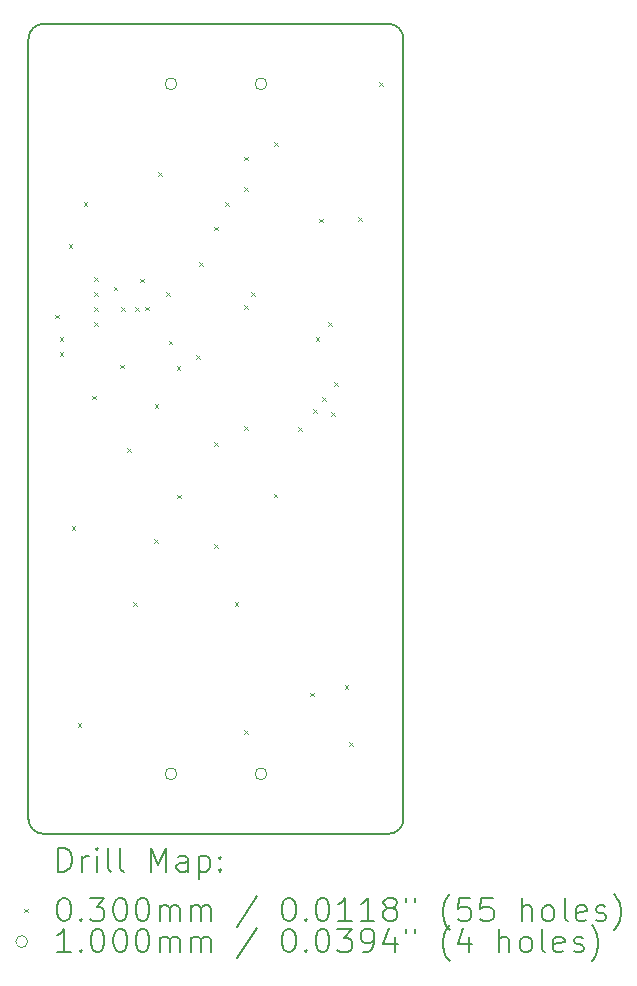
<source format=gbr>
%TF.GenerationSoftware,KiCad,Pcbnew,9.0.7-9.0.7~ubuntu25.10.1*%
%TF.CreationDate,2026-02-01T15:22:37+09:00*%
%TF.ProjectId,bionic-tms370c250,62696f6e-6963-42d7-946d-733337306332,3*%
%TF.SameCoordinates,Original*%
%TF.FileFunction,Drillmap*%
%TF.FilePolarity,Positive*%
%FSLAX45Y45*%
G04 Gerber Fmt 4.5, Leading zero omitted, Abs format (unit mm)*
G04 Created by KiCad (PCBNEW 9.0.7-9.0.7~ubuntu25.10.1) date 2026-02-01 15:22:37*
%MOMM*%
%LPD*%
G01*
G04 APERTURE LIST*
%ADD10C,0.150000*%
%ADD11C,0.200000*%
%ADD12C,0.100000*%
G04 APERTURE END LIST*
D10*
X9909500Y-13858000D02*
G75*
G02*
X9782500Y-13731000I0J127000D01*
G01*
X12830500Y-7000000D02*
X9909500Y-7000000D01*
X9782500Y-7127000D02*
G75*
G02*
X9909500Y-7000000I127000J0D01*
G01*
X9909500Y-13858000D02*
X12830500Y-13858000D01*
X12830500Y-7000000D02*
G75*
G02*
X12957500Y-7127000I0J-127000D01*
G01*
X12957500Y-13731000D02*
G75*
G02*
X12830500Y-13858000I-127000J0D01*
G01*
X9782500Y-7127000D02*
X9782500Y-13731000D01*
X12957500Y-13731000D02*
X12957500Y-7127000D01*
D11*
D12*
X10008800Y-9461500D02*
X10038800Y-9491500D01*
X10038800Y-9461500D02*
X10008800Y-9491500D01*
X10046900Y-9652000D02*
X10076900Y-9682000D01*
X10076900Y-9652000D02*
X10046900Y-9682000D01*
X10046900Y-9779000D02*
X10076900Y-9809000D01*
X10076900Y-9779000D02*
X10046900Y-9809000D01*
X10123100Y-8867140D02*
X10153100Y-8897140D01*
X10153100Y-8867140D02*
X10123100Y-8897140D01*
X10148500Y-11252200D02*
X10178500Y-11282200D01*
X10178500Y-11252200D02*
X10148500Y-11282200D01*
X10199300Y-12923520D02*
X10229300Y-12953520D01*
X10229300Y-12923520D02*
X10199300Y-12953520D01*
X10250100Y-8509000D02*
X10280100Y-8539000D01*
X10280100Y-8509000D02*
X10250100Y-8539000D01*
X10321560Y-10147300D02*
X10351560Y-10177300D01*
X10351560Y-10147300D02*
X10321560Y-10177300D01*
X10339000Y-9144000D02*
X10369000Y-9174000D01*
X10369000Y-9144000D02*
X10339000Y-9174000D01*
X10339000Y-9271000D02*
X10369000Y-9301000D01*
X10369000Y-9271000D02*
X10339000Y-9301000D01*
X10339000Y-9398000D02*
X10369000Y-9428000D01*
X10369000Y-9398000D02*
X10339000Y-9428000D01*
X10339000Y-9525000D02*
X10369000Y-9555000D01*
X10369000Y-9525000D02*
X10339000Y-9555000D01*
X10505334Y-9225007D02*
X10535334Y-9255007D01*
X10535334Y-9225007D02*
X10505334Y-9255007D01*
X10561560Y-9885680D02*
X10591560Y-9915680D01*
X10591560Y-9885680D02*
X10561560Y-9915680D01*
X10566020Y-9398000D02*
X10596020Y-9428000D01*
X10596020Y-9398000D02*
X10566020Y-9428000D01*
X10618400Y-10591800D02*
X10648400Y-10621800D01*
X10648400Y-10591800D02*
X10618400Y-10621800D01*
X10669200Y-11897360D02*
X10699200Y-11927360D01*
X10699200Y-11897360D02*
X10669200Y-11927360D01*
X10688373Y-9397886D02*
X10718373Y-9427886D01*
X10718373Y-9397886D02*
X10688373Y-9427886D01*
X10730160Y-9159240D02*
X10760160Y-9189240D01*
X10760160Y-9159240D02*
X10730160Y-9189240D01*
X10770800Y-9395460D02*
X10800800Y-9425460D01*
X10800800Y-9395460D02*
X10770800Y-9425460D01*
X10847000Y-11363000D02*
X10877000Y-11393000D01*
X10877000Y-11363000D02*
X10847000Y-11393000D01*
X10850500Y-10218420D02*
X10880500Y-10248420D01*
X10880500Y-10218420D02*
X10850500Y-10248420D01*
X10880020Y-8255000D02*
X10910020Y-8285000D01*
X10910020Y-8255000D02*
X10880020Y-8285000D01*
X10948600Y-9271000D02*
X10978600Y-9301000D01*
X10978600Y-9271000D02*
X10948600Y-9301000D01*
X10971460Y-9682480D02*
X11001460Y-9712480D01*
X11001460Y-9682480D02*
X10971460Y-9712480D01*
X11038460Y-9898380D02*
X11068460Y-9928380D01*
X11068460Y-9898380D02*
X11038460Y-9928380D01*
X11040040Y-10988040D02*
X11070040Y-11018040D01*
X11070040Y-10988040D02*
X11040040Y-11018040D01*
X11202600Y-9804400D02*
X11232600Y-9834400D01*
X11232600Y-9804400D02*
X11202600Y-9834400D01*
X11228000Y-9017000D02*
X11258000Y-9047000D01*
X11258000Y-9017000D02*
X11228000Y-9047000D01*
X11355000Y-8717280D02*
X11385000Y-8747280D01*
X11385000Y-8717280D02*
X11355000Y-8747280D01*
X11355000Y-10541000D02*
X11385000Y-10571000D01*
X11385000Y-10541000D02*
X11355000Y-10571000D01*
X11355000Y-11404600D02*
X11385000Y-11434600D01*
X11385000Y-11404600D02*
X11355000Y-11434600D01*
X11448980Y-8509000D02*
X11478980Y-8539000D01*
X11478980Y-8509000D02*
X11448980Y-8539000D01*
X11527720Y-11897360D02*
X11557720Y-11927360D01*
X11557720Y-11897360D02*
X11527720Y-11927360D01*
X11609000Y-8382000D02*
X11639000Y-8412000D01*
X11639000Y-8382000D02*
X11609000Y-8412000D01*
X11611540Y-8125460D02*
X11641540Y-8155460D01*
X11641540Y-8125460D02*
X11611540Y-8155460D01*
X11611540Y-9380220D02*
X11641540Y-9410220D01*
X11641540Y-9380220D02*
X11611540Y-9410220D01*
X11611540Y-10408920D02*
X11641540Y-10438920D01*
X11641540Y-10408920D02*
X11611540Y-10438920D01*
X11611540Y-12979400D02*
X11641540Y-13009400D01*
X11641540Y-12979400D02*
X11611540Y-13009400D01*
X11667420Y-9271000D02*
X11697420Y-9301000D01*
X11697420Y-9271000D02*
X11667420Y-9301000D01*
X11860460Y-10977880D02*
X11890460Y-11007880D01*
X11890460Y-10977880D02*
X11860460Y-11007880D01*
X11863000Y-8001000D02*
X11893000Y-8031000D01*
X11893000Y-8001000D02*
X11863000Y-8031000D01*
X12066200Y-10414000D02*
X12096200Y-10444000D01*
X12096200Y-10414000D02*
X12066200Y-10444000D01*
X12167800Y-12661900D02*
X12197800Y-12691900D01*
X12197800Y-12661900D02*
X12167800Y-12691900D01*
X12193200Y-10261600D02*
X12223200Y-10291600D01*
X12223200Y-10261600D02*
X12193200Y-10291600D01*
X12213520Y-9652000D02*
X12243520Y-9682000D01*
X12243520Y-9652000D02*
X12213520Y-9682000D01*
X12244000Y-8648700D02*
X12274000Y-8678700D01*
X12274000Y-8648700D02*
X12244000Y-8678700D01*
X12269400Y-10160000D02*
X12299400Y-10190000D01*
X12299400Y-10160000D02*
X12269400Y-10190000D01*
X12322740Y-9525000D02*
X12352740Y-9555000D01*
X12352740Y-9525000D02*
X12322740Y-9555000D01*
X12345600Y-10287000D02*
X12375600Y-10317000D01*
X12375600Y-10287000D02*
X12345600Y-10317000D01*
X12373540Y-10033000D02*
X12403540Y-10063000D01*
X12403540Y-10033000D02*
X12373540Y-10063000D01*
X12459900Y-12598400D02*
X12489900Y-12628400D01*
X12489900Y-12598400D02*
X12459900Y-12628400D01*
X12498000Y-13081000D02*
X12528000Y-13111000D01*
X12528000Y-13081000D02*
X12498000Y-13111000D01*
X12574200Y-8636000D02*
X12604200Y-8666000D01*
X12604200Y-8636000D02*
X12574200Y-8666000D01*
X12752000Y-7493000D02*
X12782000Y-7523000D01*
X12782000Y-7493000D02*
X12752000Y-7523000D01*
X11039000Y-7508000D02*
G75*
G02*
X10939000Y-7508000I-50000J0D01*
G01*
X10939000Y-7508000D02*
G75*
G02*
X11039000Y-7508000I50000J0D01*
G01*
X11039000Y-13350000D02*
G75*
G02*
X10939000Y-13350000I-50000J0D01*
G01*
X10939000Y-13350000D02*
G75*
G02*
X11039000Y-13350000I50000J0D01*
G01*
X11801000Y-7508000D02*
G75*
G02*
X11701000Y-7508000I-50000J0D01*
G01*
X11701000Y-7508000D02*
G75*
G02*
X11801000Y-7508000I50000J0D01*
G01*
X11801000Y-13350000D02*
G75*
G02*
X11701000Y-13350000I-50000J0D01*
G01*
X11701000Y-13350000D02*
G75*
G02*
X11801000Y-13350000I50000J0D01*
G01*
D11*
X10035777Y-14176984D02*
X10035777Y-13976984D01*
X10035777Y-13976984D02*
X10083396Y-13976984D01*
X10083396Y-13976984D02*
X10111967Y-13986508D01*
X10111967Y-13986508D02*
X10131015Y-14005555D01*
X10131015Y-14005555D02*
X10140539Y-14024603D01*
X10140539Y-14024603D02*
X10150063Y-14062698D01*
X10150063Y-14062698D02*
X10150063Y-14091269D01*
X10150063Y-14091269D02*
X10140539Y-14129365D01*
X10140539Y-14129365D02*
X10131015Y-14148412D01*
X10131015Y-14148412D02*
X10111967Y-14167460D01*
X10111967Y-14167460D02*
X10083396Y-14176984D01*
X10083396Y-14176984D02*
X10035777Y-14176984D01*
X10235777Y-14176984D02*
X10235777Y-14043650D01*
X10235777Y-14081746D02*
X10245301Y-14062698D01*
X10245301Y-14062698D02*
X10254824Y-14053174D01*
X10254824Y-14053174D02*
X10273872Y-14043650D01*
X10273872Y-14043650D02*
X10292920Y-14043650D01*
X10359586Y-14176984D02*
X10359586Y-14043650D01*
X10359586Y-13976984D02*
X10350063Y-13986508D01*
X10350063Y-13986508D02*
X10359586Y-13996031D01*
X10359586Y-13996031D02*
X10369110Y-13986508D01*
X10369110Y-13986508D02*
X10359586Y-13976984D01*
X10359586Y-13976984D02*
X10359586Y-13996031D01*
X10483396Y-14176984D02*
X10464348Y-14167460D01*
X10464348Y-14167460D02*
X10454824Y-14148412D01*
X10454824Y-14148412D02*
X10454824Y-13976984D01*
X10588158Y-14176984D02*
X10569110Y-14167460D01*
X10569110Y-14167460D02*
X10559586Y-14148412D01*
X10559586Y-14148412D02*
X10559586Y-13976984D01*
X10816729Y-14176984D02*
X10816729Y-13976984D01*
X10816729Y-13976984D02*
X10883396Y-14119841D01*
X10883396Y-14119841D02*
X10950063Y-13976984D01*
X10950063Y-13976984D02*
X10950063Y-14176984D01*
X11131015Y-14176984D02*
X11131015Y-14072222D01*
X11131015Y-14072222D02*
X11121491Y-14053174D01*
X11121491Y-14053174D02*
X11102444Y-14043650D01*
X11102444Y-14043650D02*
X11064348Y-14043650D01*
X11064348Y-14043650D02*
X11045301Y-14053174D01*
X11131015Y-14167460D02*
X11111967Y-14176984D01*
X11111967Y-14176984D02*
X11064348Y-14176984D01*
X11064348Y-14176984D02*
X11045301Y-14167460D01*
X11045301Y-14167460D02*
X11035777Y-14148412D01*
X11035777Y-14148412D02*
X11035777Y-14129365D01*
X11035777Y-14129365D02*
X11045301Y-14110317D01*
X11045301Y-14110317D02*
X11064348Y-14100793D01*
X11064348Y-14100793D02*
X11111967Y-14100793D01*
X11111967Y-14100793D02*
X11131015Y-14091269D01*
X11226253Y-14043650D02*
X11226253Y-14243650D01*
X11226253Y-14053174D02*
X11245301Y-14043650D01*
X11245301Y-14043650D02*
X11283396Y-14043650D01*
X11283396Y-14043650D02*
X11302443Y-14053174D01*
X11302443Y-14053174D02*
X11311967Y-14062698D01*
X11311967Y-14062698D02*
X11321491Y-14081746D01*
X11321491Y-14081746D02*
X11321491Y-14138888D01*
X11321491Y-14138888D02*
X11311967Y-14157936D01*
X11311967Y-14157936D02*
X11302443Y-14167460D01*
X11302443Y-14167460D02*
X11283396Y-14176984D01*
X11283396Y-14176984D02*
X11245301Y-14176984D01*
X11245301Y-14176984D02*
X11226253Y-14167460D01*
X11407205Y-14157936D02*
X11416729Y-14167460D01*
X11416729Y-14167460D02*
X11407205Y-14176984D01*
X11407205Y-14176984D02*
X11397682Y-14167460D01*
X11397682Y-14167460D02*
X11407205Y-14157936D01*
X11407205Y-14157936D02*
X11407205Y-14176984D01*
X11407205Y-14053174D02*
X11416729Y-14062698D01*
X11416729Y-14062698D02*
X11407205Y-14072222D01*
X11407205Y-14072222D02*
X11397682Y-14062698D01*
X11397682Y-14062698D02*
X11407205Y-14053174D01*
X11407205Y-14053174D02*
X11407205Y-14072222D01*
D12*
X9745000Y-14490500D02*
X9775000Y-14520500D01*
X9775000Y-14490500D02*
X9745000Y-14520500D01*
D11*
X10073872Y-14396984D02*
X10092920Y-14396984D01*
X10092920Y-14396984D02*
X10111967Y-14406508D01*
X10111967Y-14406508D02*
X10121491Y-14416031D01*
X10121491Y-14416031D02*
X10131015Y-14435079D01*
X10131015Y-14435079D02*
X10140539Y-14473174D01*
X10140539Y-14473174D02*
X10140539Y-14520793D01*
X10140539Y-14520793D02*
X10131015Y-14558888D01*
X10131015Y-14558888D02*
X10121491Y-14577936D01*
X10121491Y-14577936D02*
X10111967Y-14587460D01*
X10111967Y-14587460D02*
X10092920Y-14596984D01*
X10092920Y-14596984D02*
X10073872Y-14596984D01*
X10073872Y-14596984D02*
X10054824Y-14587460D01*
X10054824Y-14587460D02*
X10045301Y-14577936D01*
X10045301Y-14577936D02*
X10035777Y-14558888D01*
X10035777Y-14558888D02*
X10026253Y-14520793D01*
X10026253Y-14520793D02*
X10026253Y-14473174D01*
X10026253Y-14473174D02*
X10035777Y-14435079D01*
X10035777Y-14435079D02*
X10045301Y-14416031D01*
X10045301Y-14416031D02*
X10054824Y-14406508D01*
X10054824Y-14406508D02*
X10073872Y-14396984D01*
X10226253Y-14577936D02*
X10235777Y-14587460D01*
X10235777Y-14587460D02*
X10226253Y-14596984D01*
X10226253Y-14596984D02*
X10216729Y-14587460D01*
X10216729Y-14587460D02*
X10226253Y-14577936D01*
X10226253Y-14577936D02*
X10226253Y-14596984D01*
X10302444Y-14396984D02*
X10426253Y-14396984D01*
X10426253Y-14396984D02*
X10359586Y-14473174D01*
X10359586Y-14473174D02*
X10388158Y-14473174D01*
X10388158Y-14473174D02*
X10407205Y-14482698D01*
X10407205Y-14482698D02*
X10416729Y-14492222D01*
X10416729Y-14492222D02*
X10426253Y-14511269D01*
X10426253Y-14511269D02*
X10426253Y-14558888D01*
X10426253Y-14558888D02*
X10416729Y-14577936D01*
X10416729Y-14577936D02*
X10407205Y-14587460D01*
X10407205Y-14587460D02*
X10388158Y-14596984D01*
X10388158Y-14596984D02*
X10331015Y-14596984D01*
X10331015Y-14596984D02*
X10311967Y-14587460D01*
X10311967Y-14587460D02*
X10302444Y-14577936D01*
X10550063Y-14396984D02*
X10569110Y-14396984D01*
X10569110Y-14396984D02*
X10588158Y-14406508D01*
X10588158Y-14406508D02*
X10597682Y-14416031D01*
X10597682Y-14416031D02*
X10607205Y-14435079D01*
X10607205Y-14435079D02*
X10616729Y-14473174D01*
X10616729Y-14473174D02*
X10616729Y-14520793D01*
X10616729Y-14520793D02*
X10607205Y-14558888D01*
X10607205Y-14558888D02*
X10597682Y-14577936D01*
X10597682Y-14577936D02*
X10588158Y-14587460D01*
X10588158Y-14587460D02*
X10569110Y-14596984D01*
X10569110Y-14596984D02*
X10550063Y-14596984D01*
X10550063Y-14596984D02*
X10531015Y-14587460D01*
X10531015Y-14587460D02*
X10521491Y-14577936D01*
X10521491Y-14577936D02*
X10511967Y-14558888D01*
X10511967Y-14558888D02*
X10502444Y-14520793D01*
X10502444Y-14520793D02*
X10502444Y-14473174D01*
X10502444Y-14473174D02*
X10511967Y-14435079D01*
X10511967Y-14435079D02*
X10521491Y-14416031D01*
X10521491Y-14416031D02*
X10531015Y-14406508D01*
X10531015Y-14406508D02*
X10550063Y-14396984D01*
X10740539Y-14396984D02*
X10759586Y-14396984D01*
X10759586Y-14396984D02*
X10778634Y-14406508D01*
X10778634Y-14406508D02*
X10788158Y-14416031D01*
X10788158Y-14416031D02*
X10797682Y-14435079D01*
X10797682Y-14435079D02*
X10807205Y-14473174D01*
X10807205Y-14473174D02*
X10807205Y-14520793D01*
X10807205Y-14520793D02*
X10797682Y-14558888D01*
X10797682Y-14558888D02*
X10788158Y-14577936D01*
X10788158Y-14577936D02*
X10778634Y-14587460D01*
X10778634Y-14587460D02*
X10759586Y-14596984D01*
X10759586Y-14596984D02*
X10740539Y-14596984D01*
X10740539Y-14596984D02*
X10721491Y-14587460D01*
X10721491Y-14587460D02*
X10711967Y-14577936D01*
X10711967Y-14577936D02*
X10702444Y-14558888D01*
X10702444Y-14558888D02*
X10692920Y-14520793D01*
X10692920Y-14520793D02*
X10692920Y-14473174D01*
X10692920Y-14473174D02*
X10702444Y-14435079D01*
X10702444Y-14435079D02*
X10711967Y-14416031D01*
X10711967Y-14416031D02*
X10721491Y-14406508D01*
X10721491Y-14406508D02*
X10740539Y-14396984D01*
X10892920Y-14596984D02*
X10892920Y-14463650D01*
X10892920Y-14482698D02*
X10902444Y-14473174D01*
X10902444Y-14473174D02*
X10921491Y-14463650D01*
X10921491Y-14463650D02*
X10950063Y-14463650D01*
X10950063Y-14463650D02*
X10969110Y-14473174D01*
X10969110Y-14473174D02*
X10978634Y-14492222D01*
X10978634Y-14492222D02*
X10978634Y-14596984D01*
X10978634Y-14492222D02*
X10988158Y-14473174D01*
X10988158Y-14473174D02*
X11007205Y-14463650D01*
X11007205Y-14463650D02*
X11035777Y-14463650D01*
X11035777Y-14463650D02*
X11054825Y-14473174D01*
X11054825Y-14473174D02*
X11064348Y-14492222D01*
X11064348Y-14492222D02*
X11064348Y-14596984D01*
X11159586Y-14596984D02*
X11159586Y-14463650D01*
X11159586Y-14482698D02*
X11169110Y-14473174D01*
X11169110Y-14473174D02*
X11188158Y-14463650D01*
X11188158Y-14463650D02*
X11216729Y-14463650D01*
X11216729Y-14463650D02*
X11235777Y-14473174D01*
X11235777Y-14473174D02*
X11245301Y-14492222D01*
X11245301Y-14492222D02*
X11245301Y-14596984D01*
X11245301Y-14492222D02*
X11254824Y-14473174D01*
X11254824Y-14473174D02*
X11273872Y-14463650D01*
X11273872Y-14463650D02*
X11302443Y-14463650D01*
X11302443Y-14463650D02*
X11321491Y-14473174D01*
X11321491Y-14473174D02*
X11331015Y-14492222D01*
X11331015Y-14492222D02*
X11331015Y-14596984D01*
X11721491Y-14387460D02*
X11550063Y-14644603D01*
X11978634Y-14396984D02*
X11997682Y-14396984D01*
X11997682Y-14396984D02*
X12016729Y-14406508D01*
X12016729Y-14406508D02*
X12026253Y-14416031D01*
X12026253Y-14416031D02*
X12035777Y-14435079D01*
X12035777Y-14435079D02*
X12045301Y-14473174D01*
X12045301Y-14473174D02*
X12045301Y-14520793D01*
X12045301Y-14520793D02*
X12035777Y-14558888D01*
X12035777Y-14558888D02*
X12026253Y-14577936D01*
X12026253Y-14577936D02*
X12016729Y-14587460D01*
X12016729Y-14587460D02*
X11997682Y-14596984D01*
X11997682Y-14596984D02*
X11978634Y-14596984D01*
X11978634Y-14596984D02*
X11959586Y-14587460D01*
X11959586Y-14587460D02*
X11950063Y-14577936D01*
X11950063Y-14577936D02*
X11940539Y-14558888D01*
X11940539Y-14558888D02*
X11931015Y-14520793D01*
X11931015Y-14520793D02*
X11931015Y-14473174D01*
X11931015Y-14473174D02*
X11940539Y-14435079D01*
X11940539Y-14435079D02*
X11950063Y-14416031D01*
X11950063Y-14416031D02*
X11959586Y-14406508D01*
X11959586Y-14406508D02*
X11978634Y-14396984D01*
X12131015Y-14577936D02*
X12140539Y-14587460D01*
X12140539Y-14587460D02*
X12131015Y-14596984D01*
X12131015Y-14596984D02*
X12121491Y-14587460D01*
X12121491Y-14587460D02*
X12131015Y-14577936D01*
X12131015Y-14577936D02*
X12131015Y-14596984D01*
X12264348Y-14396984D02*
X12283396Y-14396984D01*
X12283396Y-14396984D02*
X12302444Y-14406508D01*
X12302444Y-14406508D02*
X12311967Y-14416031D01*
X12311967Y-14416031D02*
X12321491Y-14435079D01*
X12321491Y-14435079D02*
X12331015Y-14473174D01*
X12331015Y-14473174D02*
X12331015Y-14520793D01*
X12331015Y-14520793D02*
X12321491Y-14558888D01*
X12321491Y-14558888D02*
X12311967Y-14577936D01*
X12311967Y-14577936D02*
X12302444Y-14587460D01*
X12302444Y-14587460D02*
X12283396Y-14596984D01*
X12283396Y-14596984D02*
X12264348Y-14596984D01*
X12264348Y-14596984D02*
X12245301Y-14587460D01*
X12245301Y-14587460D02*
X12235777Y-14577936D01*
X12235777Y-14577936D02*
X12226253Y-14558888D01*
X12226253Y-14558888D02*
X12216729Y-14520793D01*
X12216729Y-14520793D02*
X12216729Y-14473174D01*
X12216729Y-14473174D02*
X12226253Y-14435079D01*
X12226253Y-14435079D02*
X12235777Y-14416031D01*
X12235777Y-14416031D02*
X12245301Y-14406508D01*
X12245301Y-14406508D02*
X12264348Y-14396984D01*
X12521491Y-14596984D02*
X12407206Y-14596984D01*
X12464348Y-14596984D02*
X12464348Y-14396984D01*
X12464348Y-14396984D02*
X12445301Y-14425555D01*
X12445301Y-14425555D02*
X12426253Y-14444603D01*
X12426253Y-14444603D02*
X12407206Y-14454127D01*
X12711967Y-14596984D02*
X12597682Y-14596984D01*
X12654825Y-14596984D02*
X12654825Y-14396984D01*
X12654825Y-14396984D02*
X12635777Y-14425555D01*
X12635777Y-14425555D02*
X12616729Y-14444603D01*
X12616729Y-14444603D02*
X12597682Y-14454127D01*
X12826253Y-14482698D02*
X12807206Y-14473174D01*
X12807206Y-14473174D02*
X12797682Y-14463650D01*
X12797682Y-14463650D02*
X12788158Y-14444603D01*
X12788158Y-14444603D02*
X12788158Y-14435079D01*
X12788158Y-14435079D02*
X12797682Y-14416031D01*
X12797682Y-14416031D02*
X12807206Y-14406508D01*
X12807206Y-14406508D02*
X12826253Y-14396984D01*
X12826253Y-14396984D02*
X12864348Y-14396984D01*
X12864348Y-14396984D02*
X12883396Y-14406508D01*
X12883396Y-14406508D02*
X12892920Y-14416031D01*
X12892920Y-14416031D02*
X12902444Y-14435079D01*
X12902444Y-14435079D02*
X12902444Y-14444603D01*
X12902444Y-14444603D02*
X12892920Y-14463650D01*
X12892920Y-14463650D02*
X12883396Y-14473174D01*
X12883396Y-14473174D02*
X12864348Y-14482698D01*
X12864348Y-14482698D02*
X12826253Y-14482698D01*
X12826253Y-14482698D02*
X12807206Y-14492222D01*
X12807206Y-14492222D02*
X12797682Y-14501746D01*
X12797682Y-14501746D02*
X12788158Y-14520793D01*
X12788158Y-14520793D02*
X12788158Y-14558888D01*
X12788158Y-14558888D02*
X12797682Y-14577936D01*
X12797682Y-14577936D02*
X12807206Y-14587460D01*
X12807206Y-14587460D02*
X12826253Y-14596984D01*
X12826253Y-14596984D02*
X12864348Y-14596984D01*
X12864348Y-14596984D02*
X12883396Y-14587460D01*
X12883396Y-14587460D02*
X12892920Y-14577936D01*
X12892920Y-14577936D02*
X12902444Y-14558888D01*
X12902444Y-14558888D02*
X12902444Y-14520793D01*
X12902444Y-14520793D02*
X12892920Y-14501746D01*
X12892920Y-14501746D02*
X12883396Y-14492222D01*
X12883396Y-14492222D02*
X12864348Y-14482698D01*
X12978634Y-14396984D02*
X12978634Y-14435079D01*
X13054825Y-14396984D02*
X13054825Y-14435079D01*
X13350063Y-14673174D02*
X13340539Y-14663650D01*
X13340539Y-14663650D02*
X13321491Y-14635079D01*
X13321491Y-14635079D02*
X13311968Y-14616031D01*
X13311968Y-14616031D02*
X13302444Y-14587460D01*
X13302444Y-14587460D02*
X13292920Y-14539841D01*
X13292920Y-14539841D02*
X13292920Y-14501746D01*
X13292920Y-14501746D02*
X13302444Y-14454127D01*
X13302444Y-14454127D02*
X13311968Y-14425555D01*
X13311968Y-14425555D02*
X13321491Y-14406508D01*
X13321491Y-14406508D02*
X13340539Y-14377936D01*
X13340539Y-14377936D02*
X13350063Y-14368412D01*
X13521491Y-14396984D02*
X13426253Y-14396984D01*
X13426253Y-14396984D02*
X13416729Y-14492222D01*
X13416729Y-14492222D02*
X13426253Y-14482698D01*
X13426253Y-14482698D02*
X13445301Y-14473174D01*
X13445301Y-14473174D02*
X13492920Y-14473174D01*
X13492920Y-14473174D02*
X13511968Y-14482698D01*
X13511968Y-14482698D02*
X13521491Y-14492222D01*
X13521491Y-14492222D02*
X13531015Y-14511269D01*
X13531015Y-14511269D02*
X13531015Y-14558888D01*
X13531015Y-14558888D02*
X13521491Y-14577936D01*
X13521491Y-14577936D02*
X13511968Y-14587460D01*
X13511968Y-14587460D02*
X13492920Y-14596984D01*
X13492920Y-14596984D02*
X13445301Y-14596984D01*
X13445301Y-14596984D02*
X13426253Y-14587460D01*
X13426253Y-14587460D02*
X13416729Y-14577936D01*
X13711968Y-14396984D02*
X13616729Y-14396984D01*
X13616729Y-14396984D02*
X13607206Y-14492222D01*
X13607206Y-14492222D02*
X13616729Y-14482698D01*
X13616729Y-14482698D02*
X13635777Y-14473174D01*
X13635777Y-14473174D02*
X13683396Y-14473174D01*
X13683396Y-14473174D02*
X13702444Y-14482698D01*
X13702444Y-14482698D02*
X13711968Y-14492222D01*
X13711968Y-14492222D02*
X13721491Y-14511269D01*
X13721491Y-14511269D02*
X13721491Y-14558888D01*
X13721491Y-14558888D02*
X13711968Y-14577936D01*
X13711968Y-14577936D02*
X13702444Y-14587460D01*
X13702444Y-14587460D02*
X13683396Y-14596984D01*
X13683396Y-14596984D02*
X13635777Y-14596984D01*
X13635777Y-14596984D02*
X13616729Y-14587460D01*
X13616729Y-14587460D02*
X13607206Y-14577936D01*
X13959587Y-14596984D02*
X13959587Y-14396984D01*
X14045301Y-14596984D02*
X14045301Y-14492222D01*
X14045301Y-14492222D02*
X14035777Y-14473174D01*
X14035777Y-14473174D02*
X14016730Y-14463650D01*
X14016730Y-14463650D02*
X13988158Y-14463650D01*
X13988158Y-14463650D02*
X13969110Y-14473174D01*
X13969110Y-14473174D02*
X13959587Y-14482698D01*
X14169110Y-14596984D02*
X14150063Y-14587460D01*
X14150063Y-14587460D02*
X14140539Y-14577936D01*
X14140539Y-14577936D02*
X14131015Y-14558888D01*
X14131015Y-14558888D02*
X14131015Y-14501746D01*
X14131015Y-14501746D02*
X14140539Y-14482698D01*
X14140539Y-14482698D02*
X14150063Y-14473174D01*
X14150063Y-14473174D02*
X14169110Y-14463650D01*
X14169110Y-14463650D02*
X14197682Y-14463650D01*
X14197682Y-14463650D02*
X14216730Y-14473174D01*
X14216730Y-14473174D02*
X14226253Y-14482698D01*
X14226253Y-14482698D02*
X14235777Y-14501746D01*
X14235777Y-14501746D02*
X14235777Y-14558888D01*
X14235777Y-14558888D02*
X14226253Y-14577936D01*
X14226253Y-14577936D02*
X14216730Y-14587460D01*
X14216730Y-14587460D02*
X14197682Y-14596984D01*
X14197682Y-14596984D02*
X14169110Y-14596984D01*
X14350063Y-14596984D02*
X14331015Y-14587460D01*
X14331015Y-14587460D02*
X14321491Y-14568412D01*
X14321491Y-14568412D02*
X14321491Y-14396984D01*
X14502444Y-14587460D02*
X14483396Y-14596984D01*
X14483396Y-14596984D02*
X14445301Y-14596984D01*
X14445301Y-14596984D02*
X14426253Y-14587460D01*
X14426253Y-14587460D02*
X14416730Y-14568412D01*
X14416730Y-14568412D02*
X14416730Y-14492222D01*
X14416730Y-14492222D02*
X14426253Y-14473174D01*
X14426253Y-14473174D02*
X14445301Y-14463650D01*
X14445301Y-14463650D02*
X14483396Y-14463650D01*
X14483396Y-14463650D02*
X14502444Y-14473174D01*
X14502444Y-14473174D02*
X14511968Y-14492222D01*
X14511968Y-14492222D02*
X14511968Y-14511269D01*
X14511968Y-14511269D02*
X14416730Y-14530317D01*
X14588158Y-14587460D02*
X14607206Y-14596984D01*
X14607206Y-14596984D02*
X14645301Y-14596984D01*
X14645301Y-14596984D02*
X14664349Y-14587460D01*
X14664349Y-14587460D02*
X14673872Y-14568412D01*
X14673872Y-14568412D02*
X14673872Y-14558888D01*
X14673872Y-14558888D02*
X14664349Y-14539841D01*
X14664349Y-14539841D02*
X14645301Y-14530317D01*
X14645301Y-14530317D02*
X14616730Y-14530317D01*
X14616730Y-14530317D02*
X14597682Y-14520793D01*
X14597682Y-14520793D02*
X14588158Y-14501746D01*
X14588158Y-14501746D02*
X14588158Y-14492222D01*
X14588158Y-14492222D02*
X14597682Y-14473174D01*
X14597682Y-14473174D02*
X14616730Y-14463650D01*
X14616730Y-14463650D02*
X14645301Y-14463650D01*
X14645301Y-14463650D02*
X14664349Y-14473174D01*
X14740539Y-14673174D02*
X14750063Y-14663650D01*
X14750063Y-14663650D02*
X14769111Y-14635079D01*
X14769111Y-14635079D02*
X14778634Y-14616031D01*
X14778634Y-14616031D02*
X14788158Y-14587460D01*
X14788158Y-14587460D02*
X14797682Y-14539841D01*
X14797682Y-14539841D02*
X14797682Y-14501746D01*
X14797682Y-14501746D02*
X14788158Y-14454127D01*
X14788158Y-14454127D02*
X14778634Y-14425555D01*
X14778634Y-14425555D02*
X14769111Y-14406508D01*
X14769111Y-14406508D02*
X14750063Y-14377936D01*
X14750063Y-14377936D02*
X14740539Y-14368412D01*
D12*
X9775000Y-14769500D02*
G75*
G02*
X9675000Y-14769500I-50000J0D01*
G01*
X9675000Y-14769500D02*
G75*
G02*
X9775000Y-14769500I50000J0D01*
G01*
D11*
X10140539Y-14860984D02*
X10026253Y-14860984D01*
X10083396Y-14860984D02*
X10083396Y-14660984D01*
X10083396Y-14660984D02*
X10064348Y-14689555D01*
X10064348Y-14689555D02*
X10045301Y-14708603D01*
X10045301Y-14708603D02*
X10026253Y-14718127D01*
X10226253Y-14841936D02*
X10235777Y-14851460D01*
X10235777Y-14851460D02*
X10226253Y-14860984D01*
X10226253Y-14860984D02*
X10216729Y-14851460D01*
X10216729Y-14851460D02*
X10226253Y-14841936D01*
X10226253Y-14841936D02*
X10226253Y-14860984D01*
X10359586Y-14660984D02*
X10378634Y-14660984D01*
X10378634Y-14660984D02*
X10397682Y-14670508D01*
X10397682Y-14670508D02*
X10407205Y-14680031D01*
X10407205Y-14680031D02*
X10416729Y-14699079D01*
X10416729Y-14699079D02*
X10426253Y-14737174D01*
X10426253Y-14737174D02*
X10426253Y-14784793D01*
X10426253Y-14784793D02*
X10416729Y-14822888D01*
X10416729Y-14822888D02*
X10407205Y-14841936D01*
X10407205Y-14841936D02*
X10397682Y-14851460D01*
X10397682Y-14851460D02*
X10378634Y-14860984D01*
X10378634Y-14860984D02*
X10359586Y-14860984D01*
X10359586Y-14860984D02*
X10340539Y-14851460D01*
X10340539Y-14851460D02*
X10331015Y-14841936D01*
X10331015Y-14841936D02*
X10321491Y-14822888D01*
X10321491Y-14822888D02*
X10311967Y-14784793D01*
X10311967Y-14784793D02*
X10311967Y-14737174D01*
X10311967Y-14737174D02*
X10321491Y-14699079D01*
X10321491Y-14699079D02*
X10331015Y-14680031D01*
X10331015Y-14680031D02*
X10340539Y-14670508D01*
X10340539Y-14670508D02*
X10359586Y-14660984D01*
X10550063Y-14660984D02*
X10569110Y-14660984D01*
X10569110Y-14660984D02*
X10588158Y-14670508D01*
X10588158Y-14670508D02*
X10597682Y-14680031D01*
X10597682Y-14680031D02*
X10607205Y-14699079D01*
X10607205Y-14699079D02*
X10616729Y-14737174D01*
X10616729Y-14737174D02*
X10616729Y-14784793D01*
X10616729Y-14784793D02*
X10607205Y-14822888D01*
X10607205Y-14822888D02*
X10597682Y-14841936D01*
X10597682Y-14841936D02*
X10588158Y-14851460D01*
X10588158Y-14851460D02*
X10569110Y-14860984D01*
X10569110Y-14860984D02*
X10550063Y-14860984D01*
X10550063Y-14860984D02*
X10531015Y-14851460D01*
X10531015Y-14851460D02*
X10521491Y-14841936D01*
X10521491Y-14841936D02*
X10511967Y-14822888D01*
X10511967Y-14822888D02*
X10502444Y-14784793D01*
X10502444Y-14784793D02*
X10502444Y-14737174D01*
X10502444Y-14737174D02*
X10511967Y-14699079D01*
X10511967Y-14699079D02*
X10521491Y-14680031D01*
X10521491Y-14680031D02*
X10531015Y-14670508D01*
X10531015Y-14670508D02*
X10550063Y-14660984D01*
X10740539Y-14660984D02*
X10759586Y-14660984D01*
X10759586Y-14660984D02*
X10778634Y-14670508D01*
X10778634Y-14670508D02*
X10788158Y-14680031D01*
X10788158Y-14680031D02*
X10797682Y-14699079D01*
X10797682Y-14699079D02*
X10807205Y-14737174D01*
X10807205Y-14737174D02*
X10807205Y-14784793D01*
X10807205Y-14784793D02*
X10797682Y-14822888D01*
X10797682Y-14822888D02*
X10788158Y-14841936D01*
X10788158Y-14841936D02*
X10778634Y-14851460D01*
X10778634Y-14851460D02*
X10759586Y-14860984D01*
X10759586Y-14860984D02*
X10740539Y-14860984D01*
X10740539Y-14860984D02*
X10721491Y-14851460D01*
X10721491Y-14851460D02*
X10711967Y-14841936D01*
X10711967Y-14841936D02*
X10702444Y-14822888D01*
X10702444Y-14822888D02*
X10692920Y-14784793D01*
X10692920Y-14784793D02*
X10692920Y-14737174D01*
X10692920Y-14737174D02*
X10702444Y-14699079D01*
X10702444Y-14699079D02*
X10711967Y-14680031D01*
X10711967Y-14680031D02*
X10721491Y-14670508D01*
X10721491Y-14670508D02*
X10740539Y-14660984D01*
X10892920Y-14860984D02*
X10892920Y-14727650D01*
X10892920Y-14746698D02*
X10902444Y-14737174D01*
X10902444Y-14737174D02*
X10921491Y-14727650D01*
X10921491Y-14727650D02*
X10950063Y-14727650D01*
X10950063Y-14727650D02*
X10969110Y-14737174D01*
X10969110Y-14737174D02*
X10978634Y-14756222D01*
X10978634Y-14756222D02*
X10978634Y-14860984D01*
X10978634Y-14756222D02*
X10988158Y-14737174D01*
X10988158Y-14737174D02*
X11007205Y-14727650D01*
X11007205Y-14727650D02*
X11035777Y-14727650D01*
X11035777Y-14727650D02*
X11054825Y-14737174D01*
X11054825Y-14737174D02*
X11064348Y-14756222D01*
X11064348Y-14756222D02*
X11064348Y-14860984D01*
X11159586Y-14860984D02*
X11159586Y-14727650D01*
X11159586Y-14746698D02*
X11169110Y-14737174D01*
X11169110Y-14737174D02*
X11188158Y-14727650D01*
X11188158Y-14727650D02*
X11216729Y-14727650D01*
X11216729Y-14727650D02*
X11235777Y-14737174D01*
X11235777Y-14737174D02*
X11245301Y-14756222D01*
X11245301Y-14756222D02*
X11245301Y-14860984D01*
X11245301Y-14756222D02*
X11254824Y-14737174D01*
X11254824Y-14737174D02*
X11273872Y-14727650D01*
X11273872Y-14727650D02*
X11302443Y-14727650D01*
X11302443Y-14727650D02*
X11321491Y-14737174D01*
X11321491Y-14737174D02*
X11331015Y-14756222D01*
X11331015Y-14756222D02*
X11331015Y-14860984D01*
X11721491Y-14651460D02*
X11550063Y-14908603D01*
X11978634Y-14660984D02*
X11997682Y-14660984D01*
X11997682Y-14660984D02*
X12016729Y-14670508D01*
X12016729Y-14670508D02*
X12026253Y-14680031D01*
X12026253Y-14680031D02*
X12035777Y-14699079D01*
X12035777Y-14699079D02*
X12045301Y-14737174D01*
X12045301Y-14737174D02*
X12045301Y-14784793D01*
X12045301Y-14784793D02*
X12035777Y-14822888D01*
X12035777Y-14822888D02*
X12026253Y-14841936D01*
X12026253Y-14841936D02*
X12016729Y-14851460D01*
X12016729Y-14851460D02*
X11997682Y-14860984D01*
X11997682Y-14860984D02*
X11978634Y-14860984D01*
X11978634Y-14860984D02*
X11959586Y-14851460D01*
X11959586Y-14851460D02*
X11950063Y-14841936D01*
X11950063Y-14841936D02*
X11940539Y-14822888D01*
X11940539Y-14822888D02*
X11931015Y-14784793D01*
X11931015Y-14784793D02*
X11931015Y-14737174D01*
X11931015Y-14737174D02*
X11940539Y-14699079D01*
X11940539Y-14699079D02*
X11950063Y-14680031D01*
X11950063Y-14680031D02*
X11959586Y-14670508D01*
X11959586Y-14670508D02*
X11978634Y-14660984D01*
X12131015Y-14841936D02*
X12140539Y-14851460D01*
X12140539Y-14851460D02*
X12131015Y-14860984D01*
X12131015Y-14860984D02*
X12121491Y-14851460D01*
X12121491Y-14851460D02*
X12131015Y-14841936D01*
X12131015Y-14841936D02*
X12131015Y-14860984D01*
X12264348Y-14660984D02*
X12283396Y-14660984D01*
X12283396Y-14660984D02*
X12302444Y-14670508D01*
X12302444Y-14670508D02*
X12311967Y-14680031D01*
X12311967Y-14680031D02*
X12321491Y-14699079D01*
X12321491Y-14699079D02*
X12331015Y-14737174D01*
X12331015Y-14737174D02*
X12331015Y-14784793D01*
X12331015Y-14784793D02*
X12321491Y-14822888D01*
X12321491Y-14822888D02*
X12311967Y-14841936D01*
X12311967Y-14841936D02*
X12302444Y-14851460D01*
X12302444Y-14851460D02*
X12283396Y-14860984D01*
X12283396Y-14860984D02*
X12264348Y-14860984D01*
X12264348Y-14860984D02*
X12245301Y-14851460D01*
X12245301Y-14851460D02*
X12235777Y-14841936D01*
X12235777Y-14841936D02*
X12226253Y-14822888D01*
X12226253Y-14822888D02*
X12216729Y-14784793D01*
X12216729Y-14784793D02*
X12216729Y-14737174D01*
X12216729Y-14737174D02*
X12226253Y-14699079D01*
X12226253Y-14699079D02*
X12235777Y-14680031D01*
X12235777Y-14680031D02*
X12245301Y-14670508D01*
X12245301Y-14670508D02*
X12264348Y-14660984D01*
X12397682Y-14660984D02*
X12521491Y-14660984D01*
X12521491Y-14660984D02*
X12454825Y-14737174D01*
X12454825Y-14737174D02*
X12483396Y-14737174D01*
X12483396Y-14737174D02*
X12502444Y-14746698D01*
X12502444Y-14746698D02*
X12511967Y-14756222D01*
X12511967Y-14756222D02*
X12521491Y-14775269D01*
X12521491Y-14775269D02*
X12521491Y-14822888D01*
X12521491Y-14822888D02*
X12511967Y-14841936D01*
X12511967Y-14841936D02*
X12502444Y-14851460D01*
X12502444Y-14851460D02*
X12483396Y-14860984D01*
X12483396Y-14860984D02*
X12426253Y-14860984D01*
X12426253Y-14860984D02*
X12407206Y-14851460D01*
X12407206Y-14851460D02*
X12397682Y-14841936D01*
X12616729Y-14860984D02*
X12654825Y-14860984D01*
X12654825Y-14860984D02*
X12673872Y-14851460D01*
X12673872Y-14851460D02*
X12683396Y-14841936D01*
X12683396Y-14841936D02*
X12702444Y-14813365D01*
X12702444Y-14813365D02*
X12711967Y-14775269D01*
X12711967Y-14775269D02*
X12711967Y-14699079D01*
X12711967Y-14699079D02*
X12702444Y-14680031D01*
X12702444Y-14680031D02*
X12692920Y-14670508D01*
X12692920Y-14670508D02*
X12673872Y-14660984D01*
X12673872Y-14660984D02*
X12635777Y-14660984D01*
X12635777Y-14660984D02*
X12616729Y-14670508D01*
X12616729Y-14670508D02*
X12607206Y-14680031D01*
X12607206Y-14680031D02*
X12597682Y-14699079D01*
X12597682Y-14699079D02*
X12597682Y-14746698D01*
X12597682Y-14746698D02*
X12607206Y-14765746D01*
X12607206Y-14765746D02*
X12616729Y-14775269D01*
X12616729Y-14775269D02*
X12635777Y-14784793D01*
X12635777Y-14784793D02*
X12673872Y-14784793D01*
X12673872Y-14784793D02*
X12692920Y-14775269D01*
X12692920Y-14775269D02*
X12702444Y-14765746D01*
X12702444Y-14765746D02*
X12711967Y-14746698D01*
X12883396Y-14727650D02*
X12883396Y-14860984D01*
X12835777Y-14651460D02*
X12788158Y-14794317D01*
X12788158Y-14794317D02*
X12911967Y-14794317D01*
X12978634Y-14660984D02*
X12978634Y-14699079D01*
X13054825Y-14660984D02*
X13054825Y-14699079D01*
X13350063Y-14937174D02*
X13340539Y-14927650D01*
X13340539Y-14927650D02*
X13321491Y-14899079D01*
X13321491Y-14899079D02*
X13311968Y-14880031D01*
X13311968Y-14880031D02*
X13302444Y-14851460D01*
X13302444Y-14851460D02*
X13292920Y-14803841D01*
X13292920Y-14803841D02*
X13292920Y-14765746D01*
X13292920Y-14765746D02*
X13302444Y-14718127D01*
X13302444Y-14718127D02*
X13311968Y-14689555D01*
X13311968Y-14689555D02*
X13321491Y-14670508D01*
X13321491Y-14670508D02*
X13340539Y-14641936D01*
X13340539Y-14641936D02*
X13350063Y-14632412D01*
X13511968Y-14727650D02*
X13511968Y-14860984D01*
X13464348Y-14651460D02*
X13416729Y-14794317D01*
X13416729Y-14794317D02*
X13540539Y-14794317D01*
X13769110Y-14860984D02*
X13769110Y-14660984D01*
X13854825Y-14860984D02*
X13854825Y-14756222D01*
X13854825Y-14756222D02*
X13845301Y-14737174D01*
X13845301Y-14737174D02*
X13826253Y-14727650D01*
X13826253Y-14727650D02*
X13797682Y-14727650D01*
X13797682Y-14727650D02*
X13778634Y-14737174D01*
X13778634Y-14737174D02*
X13769110Y-14746698D01*
X13978634Y-14860984D02*
X13959587Y-14851460D01*
X13959587Y-14851460D02*
X13950063Y-14841936D01*
X13950063Y-14841936D02*
X13940539Y-14822888D01*
X13940539Y-14822888D02*
X13940539Y-14765746D01*
X13940539Y-14765746D02*
X13950063Y-14746698D01*
X13950063Y-14746698D02*
X13959587Y-14737174D01*
X13959587Y-14737174D02*
X13978634Y-14727650D01*
X13978634Y-14727650D02*
X14007206Y-14727650D01*
X14007206Y-14727650D02*
X14026253Y-14737174D01*
X14026253Y-14737174D02*
X14035777Y-14746698D01*
X14035777Y-14746698D02*
X14045301Y-14765746D01*
X14045301Y-14765746D02*
X14045301Y-14822888D01*
X14045301Y-14822888D02*
X14035777Y-14841936D01*
X14035777Y-14841936D02*
X14026253Y-14851460D01*
X14026253Y-14851460D02*
X14007206Y-14860984D01*
X14007206Y-14860984D02*
X13978634Y-14860984D01*
X14159587Y-14860984D02*
X14140539Y-14851460D01*
X14140539Y-14851460D02*
X14131015Y-14832412D01*
X14131015Y-14832412D02*
X14131015Y-14660984D01*
X14311968Y-14851460D02*
X14292920Y-14860984D01*
X14292920Y-14860984D02*
X14254825Y-14860984D01*
X14254825Y-14860984D02*
X14235777Y-14851460D01*
X14235777Y-14851460D02*
X14226253Y-14832412D01*
X14226253Y-14832412D02*
X14226253Y-14756222D01*
X14226253Y-14756222D02*
X14235777Y-14737174D01*
X14235777Y-14737174D02*
X14254825Y-14727650D01*
X14254825Y-14727650D02*
X14292920Y-14727650D01*
X14292920Y-14727650D02*
X14311968Y-14737174D01*
X14311968Y-14737174D02*
X14321491Y-14756222D01*
X14321491Y-14756222D02*
X14321491Y-14775269D01*
X14321491Y-14775269D02*
X14226253Y-14794317D01*
X14397682Y-14851460D02*
X14416730Y-14860984D01*
X14416730Y-14860984D02*
X14454825Y-14860984D01*
X14454825Y-14860984D02*
X14473872Y-14851460D01*
X14473872Y-14851460D02*
X14483396Y-14832412D01*
X14483396Y-14832412D02*
X14483396Y-14822888D01*
X14483396Y-14822888D02*
X14473872Y-14803841D01*
X14473872Y-14803841D02*
X14454825Y-14794317D01*
X14454825Y-14794317D02*
X14426253Y-14794317D01*
X14426253Y-14794317D02*
X14407206Y-14784793D01*
X14407206Y-14784793D02*
X14397682Y-14765746D01*
X14397682Y-14765746D02*
X14397682Y-14756222D01*
X14397682Y-14756222D02*
X14407206Y-14737174D01*
X14407206Y-14737174D02*
X14426253Y-14727650D01*
X14426253Y-14727650D02*
X14454825Y-14727650D01*
X14454825Y-14727650D02*
X14473872Y-14737174D01*
X14550063Y-14937174D02*
X14559587Y-14927650D01*
X14559587Y-14927650D02*
X14578634Y-14899079D01*
X14578634Y-14899079D02*
X14588158Y-14880031D01*
X14588158Y-14880031D02*
X14597682Y-14851460D01*
X14597682Y-14851460D02*
X14607206Y-14803841D01*
X14607206Y-14803841D02*
X14607206Y-14765746D01*
X14607206Y-14765746D02*
X14597682Y-14718127D01*
X14597682Y-14718127D02*
X14588158Y-14689555D01*
X14588158Y-14689555D02*
X14578634Y-14670508D01*
X14578634Y-14670508D02*
X14559587Y-14641936D01*
X14559587Y-14641936D02*
X14550063Y-14632412D01*
M02*

</source>
